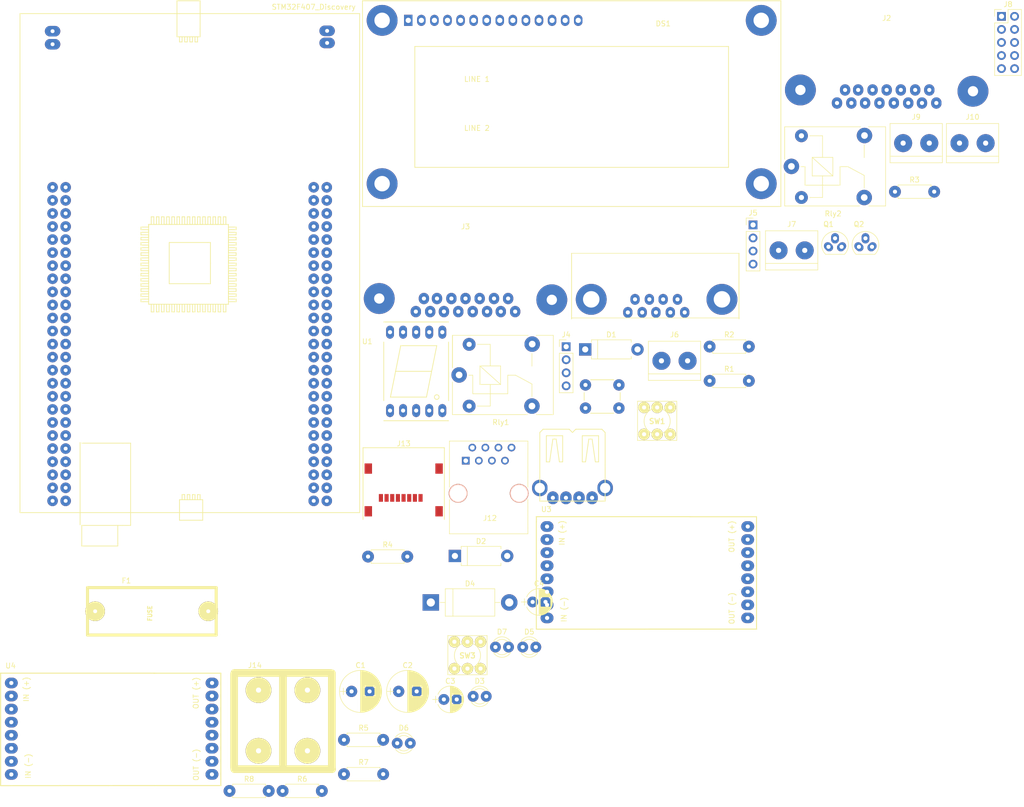
<source format=kicad_pcb>
(kicad_pcb (version 4) (host pcbnew 4.0.7)
  (layers (0 F.Cu signal) (31 B.Cu signal) (34 B.Paste user) (35 F.Paste user) (36 B.SilkS user) (37 F.SilkS user) (38 B.Mask user) (39 F.Mask user) (44 Edge.Cuts user))
  (net 0 "")
  (net 1 +12V)
  (net 2 GND)
  (net 3 +3V3)
  (net 4 +5V)
  (net 5 "Net-(D1-Pad1)")
  (net 6 "Net-(D1-Pad2)")
  (net 7 "Net-(D2-Pad1)")
  (net 8 "Net-(D2-Pad2)")
  (net 9 "Net-(D3-Pad2)")
  (net 10 "Net-(D4-Pad2)")
  (net 11 "Net-(D5-Pad2)")
  (net 12 "Net-(D6-Pad2)")
  (net 13 "Net-(D7-Pad2)")
  (net 14 "Net-(DS1-Pad1)")
  (net 15 "Net-(DS1-Pad2)")
  (net 16 "Net-(DS1-Pad3)")
  (net 17 "Net-(DS1-Pad4)")
  (net 18 "Net-(DS1-Pad5)")
  (net 19 "Net-(DS1-Pad6)")
  (net 20 "Net-(DS1-Pad7)")
  (net 21 "Net-(DS1-Pad8)")
  (net 22 "Net-(DS1-Pad9)")
  (net 23 "Net-(DS1-Pad10)")
  (net 24 "Net-(DS1-Pad11)")
  (net 25 "Net-(DS1-Pad12)")
  (net 26 "Net-(DS1-Pad13)")
  (net 27 "Net-(DS1-Pad14)")
  (net 28 "Net-(F1-Pad1)")
  (net 29 "Net-(J1-Pad1)")
  (net 30 "Net-(J1-Pad2)")
  (net 31 "Net-(J1-Pad3)")
  (net 32 "Net-(J1-Pad4)")
  (net 33 "Net-(J1-Pad5)")
  (net 34 "Net-(J1-Pad6)")
  (net 35 "Net-(J1-Pad7)")
  (net 36 "Net-(J1-Pad8)")
  (net 37 "Net-(J1-Pad9)")
  (net 38 "Net-(J2-Pad1)")
  (net 39 "Net-(J2-Pad2)")
  (net 40 "Net-(J2-Pad3)")
  (net 41 "Net-(J2-Pad4)")
  (net 42 "Net-(J2-Pad5)")
  (net 43 "Net-(J2-Pad6)")
  (net 44 "Net-(J2-Pad7)")
  (net 45 "Net-(J2-Pad8)")
  (net 46 "Net-(J2-Pad9)")
  (net 47 "Net-(J2-Pad10)")
  (net 48 "Net-(J2-Pad11)")
  (net 49 "Net-(J2-Pad12)")
  (net 50 "Net-(J2-Pad13)")
  (net 51 "Net-(J2-Pad14)")
  (net 52 "Net-(J2-Pad15)")
  (net 53 "Net-(J3-Pad1)")
  (net 54 "Net-(J3-Pad2)")
  (net 55 "Net-(J3-Pad3)")
  (net 56 "Net-(J3-Pad4)")
  (net 57 "Net-(J3-Pad5)")
  (net 58 "Net-(J3-Pad6)")
  (net 59 "Net-(J3-Pad7)")
  (net 60 "Net-(J3-Pad8)")
  (net 61 "Net-(J3-Pad9)")
  (net 62 "Net-(J3-Pad10)")
  (net 63 "Net-(J3-Pad11)")
  (net 64 "Net-(J3-Pad12)")
  (net 65 "Net-(J3-Pad13)")
  (net 66 "Net-(J3-Pad14)")
  (net 67 "Net-(J3-Pad15)")
  (net 68 "Net-(J4-Pad1)")
  (net 69 "Net-(J4-Pad2)")
  (net 70 "Net-(J4-Pad3)")
  (net 71 "Net-(J4-Pad4)")
  (net 72 "Net-(J5-Pad1)")
  (net 73 "Net-(J5-Pad2)")
  (net 74 "Net-(J5-Pad3)")
  (net 75 "Net-(J5-Pad4)")
  (net 76 "Net-(J6-Pad1)")
  (net 77 "Net-(J6-Pad2)")
  (net 78 "Net-(J7-Pad1)")
  (net 79 "Net-(J7-Pad2)")
  (net 80 "Net-(J8-Pad1)")
  (net 81 "Net-(J8-Pad2)")
  (net 82 "Net-(J8-Pad3)")
  (net 83 "Net-(J8-Pad4)")
  (net 84 "Net-(J8-Pad5)")
  (net 85 "Net-(J8-Pad6)")
  (net 86 "Net-(J8-Pad7)")
  (net 87 "Net-(J8-Pad8)")
  (net 88 "Net-(J8-Pad9)")
  (net 89 "Net-(J8-Pad10)")
  (net 90 "Net-(J9-Pad1)")
  (net 91 "Net-(J9-Pad2)")
  (net 92 "Net-(J10-Pad1)")
  (net 93 "Net-(J10-Pad2)")
  (net 94 "Net-(J11-Pad3)")
  (net 95 "Net-(J11-Pad2)")
  (net 96 "Net-(J11-Pad1)")
  (net 97 "Net-(J11-Pad4)")
  (net 98 "Net-(J11-Pad5)")
  (net 99 "Net-(J12-Pad1)")
  (net 100 "Net-(J12-Pad2)")
  (net 101 "Net-(J12-Pad3)")
  (net 102 "Net-(J12-Pad4)")
  (net 103 "Net-(J12-Pad5)")
  (net 104 "Net-(J12-Pad6)")
  (net 105 "Net-(J12-Pad7)")
  (net 106 "Net-(J12-Pad8)")
  (net 107 "Net-(J13-Pad1)")
  (net 108 "Net-(J13-Pad2)")
  (net 109 "Net-(J13-Pad3)")
  (net 110 "Net-(J13-Pad4)")
  (net 111 "Net-(J13-Pad5)")
  (net 112 "Net-(J13-Pad6)")
  (net 113 "Net-(J13-Pad7)")
  (net 114 "Net-(J13-Pad8)")
  (net 115 "Net-(J13-Pad9)")
  (net 116 "Net-(J14-Pad2)")
  (net 117 "Net-(Q1-Pad2)")
  (net 118 "Net-(Q2-Pad2)")
  (net 119 "Net-(R1-Pad1)")
  (net 120 "Net-(R2-Pad1)")
  (net 121 "Net-(Rly1-Pad4)")
  (net 122 "Net-(Rly2-Pad4)")
  (net 123 "Net-(SW1-Pad2)")
  (net 124 "Net-(SW1-Pad1)")
  (net 125 "Net-(SW2-Pad2)")
  (net 126 "Net-(SW2-Pad1)")
  (net 127 "Net-(U1-Pad1)")
  (net 128 "Net-(U1-Pad2)")
  (net 129 "Net-(U1-Pad3)")
  (net 130 "Net-(U1-Pad4)")
  (net 131 "Net-(U1-Pad5)")
  (net 132 "Net-(U1-Pad6)")
  (net 133 "Net-(U1-Pad7)")
  (net 134 "Net-(U1-Pad8)")
  (net 135 "Net-(U1-Pad9)")
  (net 136 "Net-(U1-Pad10)")
  (net 137 "Net-(U2-Pad1)")
  (net 138 "Net-(U2-Pad2)")
  (net 139 "Net-(U2-Pad4)")
  (net 140 "Net-(U2-Pad3)")
  (net 141 "Net-(U2-Pad7)")
  (net 142 "Net-(U2-Pad8)")
  (net 143 "Net-(U2-Pad6)")
  (net 144 "Net-(U2-Pad5)")
  (net 145 "Net-(U2-Pad13)")
  (net 146 "Net-(U2-Pad14)")
  (net 147 "Net-(U2-Pad16)")
  (net 148 "Net-(U2-Pad15)")
  (net 149 "Net-(U2-Pad11)")
  (net 150 "Net-(U2-Pad12)")
  (net 151 "Net-(U2-Pad10)")
  (net 152 "Net-(U2-Pad9)")
  (net 153 "Net-(U2-Pad25)")
  (net 154 "Net-(U2-Pad26)")
  (net 155 "Net-(U2-Pad28)")
  (net 156 "Net-(U2-Pad27)")
  (net 157 "Net-(U2-Pad31)")
  (net 158 "Net-(U2-Pad32)")
  (net 159 "Net-(U2-Pad30)")
  (net 160 "Net-(U2-Pad29)")
  (net 161 "Net-(U2-Pad21)")
  (net 162 "Net-(U2-Pad22)")
  (net 163 "Net-(U2-Pad24)")
  (net 164 "Net-(U2-Pad23)")
  (net 165 "Net-(U2-Pad19)")
  (net 166 "Net-(U2-Pad20)")
  (net 167 "Net-(U2-Pad18)")
  (net 168 "Net-(U2-Pad17)")
  (net 169 "Net-(U2-Pad35)")
  (net 170 "Net-(U2-Pad36)")
  (net 171 "Net-(U2-Pad38)")
  (net 172 "Net-(U2-Pad37)")
  (net 173 "Net-(U2-Pad41)")
  (net 174 "Net-(U2-Pad42)")
  (net 175 "Net-(U2-Pad40)")
  (net 176 "Net-(U2-Pad39)")
  (net 177 "Net-(U2-Pad47)")
  (net 178 "Net-(U2-Pad48)")
  (net 179 "Net-(U2-Pad50)")
  (net 180 "Net-(U2-Pad49)")
  (net 181 "Net-(U2-Pad45)")
  (net 182 "Net-(U2-Pad46)")
  (net 183 "Net-(U2-Pad44)")
  (net 184 "Net-(U2-Pad43)")
  (net 185 "Net-(U2-Pad33)")
  (net 186 "Net-(U2-Pad34)")
  (net 187 "Net-(U2-Pad84)")
  (net 188 "Net-(U2-Pad83)")
  (net 189 "Net-(U2-Pad93)")
  (net 190 "Net-(U2-Pad94)")
  (net 191 "Net-(U2-Pad96)")
  (net 192 "Net-(U2-Pad95)")
  (net 193 "Net-(U2-Pad99)")
  (net 194 "Net-(U2-Pad100)")
  (net 195 "Net-(U2-Pad98)")
  (net 196 "Net-(U2-Pad97)")
  (net 197 "Net-(U2-Pad89)")
  (net 198 "Net-(U2-Pad90)")
  (net 199 "Net-(U2-Pad92)")
  (net 200 "Net-(U2-Pad91)")
  (net 201 "Net-(U2-Pad87)")
  (net 202 "Net-(U2-Pad88)")
  (net 203 "Net-(U2-Pad86)")
  (net 204 "Net-(U2-Pad85)")
  (net 205 "Net-(U2-Pad67)")
  (net 206 "Net-(U2-Pad68)")
  (net 207 "Net-(U2-Pad70)")
  (net 208 "Net-(U2-Pad69)")
  (net 209 "Net-(U2-Pad73)")
  (net 210 "Net-(U2-Pad74)")
  (net 211 "Net-(U2-Pad72)")
  (net 212 "Net-(U2-Pad71)")
  (net 213 "Net-(U2-Pad79)")
  (net 214 "Net-(U2-Pad80)")
  (net 215 "Net-(U2-Pad82)")
  (net 216 "Net-(U2-Pad81)")
  (net 217 "Net-(U2-Pad77)")
  (net 218 "Net-(U2-Pad78)")
  (net 219 "Net-(U2-Pad76)")
  (net 220 "Net-(U2-Pad75)")
  (net 221 "Net-(U2-Pad59)")
  (net 222 "Net-(U2-Pad60)")
  (net 223 "Net-(U2-Pad62)")
  (net 224 "Net-(U2-Pad61)")
  (net 225 "Net-(U2-Pad65)")
  (net 226 "Net-(U2-Pad66)")
  (net 227 "Net-(U2-Pad64)")
  (net 228 "Net-(U2-Pad63)")
  (net 229 "Net-(U2-Pad55)")
  (net 230 "Net-(U2-Pad56)")
  (net 231 "Net-(U2-Pad58)")
  (net 232 "Net-(U2-Pad57)")
  (net 233 "Net-(U2-Pad53)")
  (net 234 "Net-(U2-Pad54)")
  (net 235 "Net-(U2-Pad52)")
  (net 236 "Net-(U2-Pad51)")
  (net 237 "Net-(U2-Padc)")
  (net 238 "Net-(U2-Padd)")
  (net 239 "Net-(U2-Padb)")
  (net 240 "Net-(U2-Pada)")
  (module modFiles:Capacitor_100uF (layer F.Cu) (at 104.045001 148.915)
    (fp_text reference C1 (at 1.75 -5.06) (layer F.SilkS))
    (fp_text value C)
    (pad 1 thru_hole circle (at 0 0) (size 2.2 2.2) (drill 0.8) (layers *.Cu *.Mask) (net 1 +12V))
    (pad 2 thru_hole circle (at 3.5 0) (size 2.2 2.2) (drill 0.8) (layers *.Cu *.Mask) (net 2 GND))
  )
  (module modFiles:Capacitor_100uF (layer F.Cu) (at 113.195001 148.915)
    (fp_text reference C2 (at 1.75 -5.06) (layer F.SilkS))
    (fp_text value C)
    (pad 1 thru_hole circle (at 0 0) (size 2.2 2.2) (drill 0.8) (layers *.Cu *.Mask) (net 1 +12V))
    (pad 2 thru_hole circle (at 3.5 0) (size 2.2 2.2) (drill 0.8) (layers *.Cu *.Mask) (net 2 GND))
  )
  (module modFiles:Capacitor_10uF (layer F.Cu) (at 121.980001 150.475)
    (fp_text reference C3 (at 1.25 -3.56) (layer F.SilkS))
    (fp_text value C)
    (pad 1 thru_hole circle (at 0 0) (size 2.1 2.1) (drill 0.8) (layers *.Cu *.Mask) (net 3 +3V3))
    (pad 2 thru_hole circle (at 2.5 0) (size 2.1 2.1) (drill 0.8) (layers *.Cu *.Mask) (net 2 GND))
  )
  (module modFiles:Capacitor_10uF (layer F.Cu) (at 139.230001 131.525)
    (fp_text reference C4 (at 1.25 -3.56) (layer F.SilkS))
    (fp_text value C)
    (pad 1 thru_hole circle (at 0 0) (size 2.1 2.1) (drill 0.8) (layers *.Cu *.Mask) (net 4 +5V))
    (pad 2 thru_hole circle (at 2.5 0) (size 2.1 2.1) (drill 0.8) (layers *.Cu *.Mask) (net 2 GND))
  )
  (module modFiles:Diode_Small (layer F.Cu) (at 149.445001 82.425)
    (fp_text reference D1 (at 5.08 -2.86) (layer F.SilkS))
    (fp_text value D)
    (pad 1 thru_hole rect (at 0 0) (size 2.4 2.4) (drill 1.2) (layers *.Cu *.Mask) (net 5 "Net-(D1-Pad1)"))
    (pad 2 thru_hole oval (at 10.16 0) (size 2.4 2.4) (drill 1.2) (layers *.Cu *.Mask) (net 6 "Net-(D1-Pad2)"))
  )
  (module modFiles:Diode_Small (layer F.Cu) (at 124.125001 122.585)
    (fp_text reference D2 (at 5.08 -2.86) (layer F.SilkS))
    (fp_text value D)
    (pad 1 thru_hole rect (at 0 0) (size 2.4 2.4) (drill 1.2) (layers *.Cu *.Mask) (net 7 "Net-(D2-Pad1)"))
    (pad 2 thru_hole oval (at 10.16 0) (size 2.4 2.4) (drill 1.2) (layers *.Cu *.Mask) (net 8 "Net-(D2-Pad2)"))
  )
  (module modFiles:LED_D3.0mm (layer F.Cu) (at 127.675001 149.875)
    (fp_text reference D3 (at 1.27 -2.96) (layer F.SilkS))
    (fp_text value LED)
    (pad 1 thru_hole circle (at 0 0) (size 2.1 2.1) (drill 0.8) (layers *.Cu *.Mask) (net 2 GND))
    (pad 2 thru_hole circle (at 2.54 0) (size 2.1 2.1) (drill 0.8) (layers *.Cu *.Mask) (net 9 "Net-(D3-Pad2)"))
  )
  (module modFiles:Diode_Medium (layer F.Cu) (at 119.445001 131.625)
    (fp_text reference D4 (at 7.62 -3.66) (layer F.SilkS))
    (fp_text value D)
    (pad 1 thru_hole rect (at 0 0) (size 3.2 3.2) (drill 1.6) (layers *.Cu *.Mask) (net 1 +12V))
    (pad 2 thru_hole oval (at 15.24 0) (size 3.2 3.2) (drill 1.6) (layers *.Cu *.Mask) (net 10 "Net-(D4-Pad2)"))
  )
  (module modFiles:LED_D3.0mm (layer F.Cu) (at 137.305001 140.295)
    (fp_text reference D5 (at 1.27 -2.96) (layer F.SilkS))
    (fp_text value LED)
    (pad 1 thru_hole circle (at 0 0) (size 2.1 2.1) (drill 0.8) (layers *.Cu *.Mask) (net 2 GND))
    (pad 2 thru_hole circle (at 2.54 0) (size 2.1 2.1) (drill 0.8) (layers *.Cu *.Mask) (net 11 "Net-(D5-Pad2)"))
  )
  (module modFiles:LED_D3.0mm (layer F.Cu) (at 112.915001 158.985)
    (fp_text reference D6 (at 1.27 -2.96) (layer F.SilkS))
    (fp_text value LED)
    (pad 1 thru_hole circle (at 0 0) (size 2.1 2.1) (drill 0.8) (layers *.Cu *.Mask) (net 2 GND))
    (pad 2 thru_hole circle (at 2.54 0) (size 2.1 2.1) (drill 0.8) (layers *.Cu *.Mask) (net 12 "Net-(D6-Pad2)"))
  )
  (module modFiles:LED_D3.0mm (layer F.Cu) (at 132.005001 140.295)
    (fp_text reference D7 (at 1.27 -2.96) (layer F.SilkS))
    (fp_text value LED)
    (pad 1 thru_hole circle (at 0 0) (size 2.1 2.1) (drill 0.8) (layers *.Cu *.Mask) (net 2 GND))
    (pad 2 thru_hole circle (at 2.54 0) (size 2.1 2.1) (drill 0.8) (layers *.Cu *.Mask) (net 13 "Net-(D7-Pad2)"))
  )
  (module Displays:LCD_ALPHA (layer F.Cu) (at 131.575001 18.455001)
    (fp_text reference DS1 (at 33.02 0.635) (layer F.SilkS))
    (fp_text value LCD16X2)
    (fp_text user "LINE 2" (at -3.175 20.955) (layer F.SilkS))
    (fp_text user "LINE 1" (at -3.175 11.43) (layer F.SilkS))
    (pad 1 thru_hole rect (at -16.51 0) (size 1.651 2.159) (drill 1.016) (layers *.Cu *.Mask) (net 14 "Net-(DS1-Pad1)"))
    (pad 2 thru_hole oval (at -13.97 0) (size 1.651 2.159) (drill 1.016) (layers *.Cu *.Mask) (net 15 "Net-(DS1-Pad2)"))
    (pad 3 thru_hole oval (at -11.43 0) (size 1.651 2.159) (drill 1.016) (layers *.Cu *.Mask) (net 16 "Net-(DS1-Pad3)"))
    (pad 4 thru_hole oval (at -8.89 0) (size 1.651 2.159) (drill 1.016) (layers *.Cu *.Mask) (net 17 "Net-(DS1-Pad4)"))
    (pad 5 thru_hole oval (at -6.35 0) (size 1.651 2.159) (drill 1.016) (layers *.Cu *.Mask) (net 18 "Net-(DS1-Pad5)"))
    (pad 6 thru_hole oval (at -3.81 0) (size 1.651 2.159) (drill 1.016) (layers *.Cu *.Mask) (net 19 "Net-(DS1-Pad6)"))
    (pad 7 thru_hole oval (at -1.27 0) (size 1.651 2.159) (drill 1.016) (layers *.Cu *.Mask) (net 20 "Net-(DS1-Pad7)"))
    (pad 8 thru_hole oval (at 1.27 0) (size 1.651 2.159) (drill 1.016) (layers *.Cu *.Mask) (net 21 "Net-(DS1-Pad8)"))
    (pad 9 thru_hole oval (at 3.81 0) (size 1.651 2.159) (drill 1.016) (layers *.Cu *.Mask) (net 22 "Net-(DS1-Pad9)"))
    (pad 10 thru_hole oval (at 6.35 0) (size 1.651 2.159) (drill 1.016) (layers *.Cu *.Mask) (net 23 "Net-(DS1-Pad10)"))
    (pad 11 thru_hole oval (at 8.89 0) (size 1.651 2.159) (drill 1.016) (layers *.Cu *.Mask) (net 24 "Net-(DS1-Pad11)"))
    (pad 12 thru_hole oval (at 11.43 0) (size 1.651 2.159) (drill 1.016) (layers *.Cu *.Mask) (net 25 "Net-(DS1-Pad12)"))
    (pad 13 thru_hole oval (at 13.97 0) (size 1.651 2.159) (drill 1.016) (layers *.Cu *.Mask) (net 26 "Net-(DS1-Pad13)"))
    (pad 14 thru_hole oval (at 16.51 0) (size 1.651 2.159) (drill 1.016) (layers *.Cu *.Mask) (net 27 "Net-(DS1-Pad14)"))
    (pad "" thru_hole circle (at -21.59 0) (size 5.99948 5.99948) (drill 2.99974) (layers *.Cu *.Mask))
    (pad "" thru_hole circle (at 52.07 0) (size 5.99948 5.99948) (drill 2.99974) (layers *.Cu *.Mask))
    (pad "" thru_hole circle (at -21.59 31.75) (size 5.99948 5.99948) (drill 2.99974) (layers *.Cu *.Mask))
    (pad "" thru_hole circle (at 52.07 31.75) (size 5.99948 5.99948) (drill 2.99974) (layers *.Cu *.Mask))
  )
  (module modFiles:Connector_DB_9 (layer F.Cu) (at 157.724001 75.236001)
    (fp_text reference J1 hide)
    (fp_text value encode)
    (pad 10 thru_hole circle (at 18.29 -2.54) (size 6 6) (drill 3.2) (layers *.Cu *.Mask))
    (pad 11 thru_hole circle (at -7.11 -2.54) (size 6 6) (drill 3.2) (layers *.Cu *.Mask))
    (pad 1 thru_hole oval (at 0 0) (size 1.8 2.1) (drill 0.8) (layers *.Cu *.Mask) (net 29 "Net-(J1-Pad1)"))
    (pad 2 thru_hole oval (at 2.79 0) (size 1.8 2.1) (drill 0.8) (layers *.Cu *.Mask) (net 30 "Net-(J1-Pad2)"))
    (pad 3 thru_hole oval (at 5.46 0) (size 1.8 2.1) (drill 0.8) (layers *.Cu *.Mask) (net 31 "Net-(J1-Pad3)"))
    (pad 4 thru_hole oval (at 8.26 0) (size 1.8 2.1) (drill 0.8) (layers *.Cu *.Mask) (net 32 "Net-(J1-Pad4)"))
    (pad 5 thru_hole oval (at 11.05 0) (size 1.8 2.1) (drill 0.8) (layers *.Cu *.Mask) (net 33 "Net-(J1-Pad5)"))
    (pad 6 thru_hole oval (at 1.4 -2.54) (size 1.8 2.1) (drill 0.8) (layers *.Cu *.Mask) (net 34 "Net-(J1-Pad6)"))
    (pad 7 thru_hole oval (at 4.19 -2.54) (size 1.8 2.1) (drill 0.8) (layers *.Cu *.Mask) (net 35 "Net-(J1-Pad7)"))
    (pad 8 thru_hole oval (at 6.86 -2.54) (size 1.8 2.1) (drill 0.8) (layers *.Cu *.Mask) (net 36 "Net-(J1-Pad8)"))
    (pad 9 thru_hole oval (at 9.65 -2.54) (size 1.8 2.1) (drill 0.8) (layers *.Cu *.Mask) (net 37 "Net-(J1-Pad9)"))
  )
  (module modFiles:Connector_DB15 (layer F.Cu) (at 198.365001 34.525001)
    (fp_text reference J2 (at 9.65 -16.51) (layer F.SilkS))
    (fp_text value motor)
    (pad 0 thru_hole oval (at 26.42 -2.29) (size 6 6) (drill 2) (layers *.Cu *.Mask))
    (pad 0 thru_hole oval (at -7.11 -2.54) (size 6 6) (drill 2) (layers *.Cu *.Mask))
    (pad 1 thru_hole oval (at 0 0) (size 2 2.2) (drill 0.8) (layers *.Cu *.Mask) (net 38 "Net-(J2-Pad1)"))
    (pad 2 thru_hole oval (at 2.79 0) (size 2 2.2) (drill 0.8) (layers *.Cu *.Mask) (net 39 "Net-(J2-Pad2)"))
    (pad 3 thru_hole oval (at 5.46 0) (size 2 2.2) (drill 0.8) (layers *.Cu *.Mask) (net 40 "Net-(J2-Pad3)"))
    (pad 4 thru_hole oval (at 8.25 0) (size 2 2.2) (drill 0.8) (layers *.Cu *.Mask) (net 41 "Net-(J2-Pad4)"))
    (pad 5 thru_hole oval (at 11.05 0) (size 2 2.2) (drill 0.8) (layers *.Cu *.Mask) (net 42 "Net-(J2-Pad5)"))
    (pad 6 thru_hole oval (at 13.84 0) (size 2 2.2) (drill 0.8) (layers *.Cu *.Mask) (net 43 "Net-(J2-Pad6)"))
    (pad 7 thru_hole oval (at 16.51 0) (size 2 2.2) (drill 0.8) (layers *.Cu *.Mask) (net 44 "Net-(J2-Pad7)"))
    (pad 8 thru_hole oval (at 19.3 0) (size 2 2.2) (drill 0.8) (layers *.Cu *.Mask) (net 45 "Net-(J2-Pad8)"))
    (pad 9 thru_hole oval (at 1.57 -2.54) (size 2 2.2) (drill 0.8) (layers *.Cu *.Mask) (net 46 "Net-(J2-Pad9)"))
    (pad 10 thru_hole oval (at 4.11 -2.54) (size 2 2.2) (drill 0.8) (layers *.Cu *.Mask) (net 47 "Net-(J2-Pad10)"))
    (pad 11 thru_hole oval (at 6.91 -2.54) (size 2 2.2) (drill 0.8) (layers *.Cu *.Mask) (net 48 "Net-(J2-Pad11)"))
    (pad 12 thru_hole oval (at 9.65 -2.54) (size 2 2.2) (drill 0.8) (layers *.Cu *.Mask) (net 49 "Net-(J2-Pad12)"))
    (pad 13 thru_hole oval (at 12.4 -2.54) (size 2 2.2) (drill 0.8) (layers *.Cu *.Mask) (net 50 "Net-(J2-Pad13)"))
    (pad 14 thru_hole oval (at 15.19 -2.54) (size 2 2.2) (drill 0.8) (layers *.Cu *.Mask) (net 51 "Net-(J2-Pad14)"))
    (pad 15 thru_hole oval (at 17.93 -2.54) (size 2 2.2) (drill 0.8) (layers *.Cu *.Mask) (net 52 "Net-(J2-Pad15)"))
  )
  (module modFiles:Connector_DB15 (layer F.Cu) (at 116.535001 75.075001)
    (fp_text reference J3 (at 9.65 -16.51) (layer F.SilkS))
    (fp_text value other)
    (pad 0 thru_hole oval (at 26.42 -2.29) (size 6 6) (drill 2) (layers *.Cu *.Mask))
    (pad 0 thru_hole oval (at -7.11 -2.54) (size 6 6) (drill 2) (layers *.Cu *.Mask))
    (pad 1 thru_hole oval (at 0 0) (size 2 2.2) (drill 0.8) (layers *.Cu *.Mask) (net 53 "Net-(J3-Pad1)"))
    (pad 2 thru_hole oval (at 2.79 0) (size 2 2.2) (drill 0.8) (layers *.Cu *.Mask) (net 54 "Net-(J3-Pad2)"))
    (pad 3 thru_hole oval (at 5.46 0) (size 2 2.2) (drill 0.8) (layers *.Cu *.Mask) (net 55 "Net-(J3-Pad3)"))
    (pad 4 thru_hole oval (at 8.25 0) (size 2 2.2) (drill 0.8) (layers *.Cu *.Mask) (net 56 "Net-(J3-Pad4)"))
    (pad 5 thru_hole oval (at 11.05 0) (size 2 2.2) (drill 0.8) (layers *.Cu *.Mask) (net 57 "Net-(J3-Pad5)"))
    (pad 6 thru_hole oval (at 13.84 0) (size 2 2.2) (drill 0.8) (layers *.Cu *.Mask) (net 58 "Net-(J3-Pad6)"))
    (pad 7 thru_hole oval (at 16.51 0) (size 2 2.2) (drill 0.8) (layers *.Cu *.Mask) (net 59 "Net-(J3-Pad7)"))
    (pad 8 thru_hole oval (at 19.3 0) (size 2 2.2) (drill 0.8) (layers *.Cu *.Mask) (net 60 "Net-(J3-Pad8)"))
    (pad 9 thru_hole oval (at 1.57 -2.54) (size 2 2.2) (drill 0.8) (layers *.Cu *.Mask) (net 61 "Net-(J3-Pad9)"))
    (pad 10 thru_hole oval (at 4.11 -2.54) (size 2 2.2) (drill 0.8) (layers *.Cu *.Mask) (net 62 "Net-(J3-Pad10)"))
    (pad 11 thru_hole oval (at 6.91 -2.54) (size 2 2.2) (drill 0.8) (layers *.Cu *.Mask) (net 63 "Net-(J3-Pad11)"))
    (pad 12 thru_hole oval (at 9.65 -2.54) (size 2 2.2) (drill 0.8) (layers *.Cu *.Mask) (net 64 "Net-(J3-Pad12)"))
    (pad 13 thru_hole oval (at 12.4 -2.54) (size 2 2.2) (drill 0.8) (layers *.Cu *.Mask) (net 65 "Net-(J3-Pad13)"))
    (pad 14 thru_hole oval (at 15.19 -2.54) (size 2 2.2) (drill 0.8) (layers *.Cu *.Mask) (net 66 "Net-(J3-Pad14)"))
    (pad 15 thru_hole oval (at 17.93 -2.54) (size 2 2.2) (drill 0.8) (layers *.Cu *.Mask) (net 67 "Net-(J3-Pad15)"))
  )
  (module Pin_Headers:Pin_Header_Straight_1x04_Pitch2.54mm (layer F.Cu) (at 145.745001 81.895)
    (fp_text reference J4 (at 0 -2.33) (layer F.SilkS))
    (fp_text value uart)
    (pad 1 thru_hole rect (at 0 0) (size 1.7 1.7) (drill 1) (layers *.Cu *.Mask) (net 68 "Net-(J4-Pad1)"))
    (pad 2 thru_hole oval (at 0 2.54) (size 1.7 1.7) (drill 1) (layers *.Cu *.Mask) (net 69 "Net-(J4-Pad2)"))
    (pad 3 thru_hole oval (at 0 5.08) (size 1.7 1.7) (drill 1) (layers *.Cu *.Mask) (net 70 "Net-(J4-Pad3)"))
    (pad 4 thru_hole oval (at 0 7.62) (size 1.7 1.7) (drill 1) (layers *.Cu *.Mask) (net 71 "Net-(J4-Pad4)"))
  )
  (module Pin_Headers:Pin_Header_Straight_1x04_Pitch2.54mm (layer F.Cu) (at 182.055001 58.225)
    (fp_text reference J5 (at 0 -2.33) (layer F.SilkS))
    (fp_text value i2c)
    (pad 1 thru_hole rect (at 0 0) (size 1.7 1.7) (drill 1) (layers *.Cu *.Mask) (net 72 "Net-(J5-Pad1)"))
    (pad 2 thru_hole oval (at 0 2.54) (size 1.7 1.7) (drill 1) (layers *.Cu *.Mask) (net 73 "Net-(J5-Pad2)"))
    (pad 3 thru_hole oval (at 0 5.08) (size 1.7 1.7) (drill 1) (layers *.Cu *.Mask) (net 74 "Net-(J5-Pad3)"))
    (pad 4 thru_hole oval (at 0 7.62) (size 1.7 1.7) (drill 1) (layers *.Cu *.Mask) (net 75 "Net-(J5-Pad4)"))
  )
  (module modFiles:Connector_Bornier_2 (layer F.Cu) (at 164.255001 84.645)
    (fp_text reference J6 (at 2.54 -5.08) (layer F.SilkS))
    (fp_text value relay)
    (pad 1 thru_hole circle (at 0 0) (size 3.5 3.5) (drill 1) (layers *.Cu *.Mask) (net 76 "Net-(J6-Pad1)"))
    (pad 2 thru_hole circle (at 5.08 0) (size 3.5 3.5) (drill 1) (layers *.Cu *.Mask) (net 77 "Net-(J6-Pad2)"))
  )
  (module modFiles:Connector_Bornier_2 (layer F.Cu) (at 187.015001 63.175)
    (fp_text reference J7 (at 2.54 -5.08) (layer F.SilkS))
    (fp_text value relay)
    (pad 1 thru_hole circle (at 0 0) (size 3.5 3.5) (drill 1) (layers *.Cu *.Mask) (net 78 "Net-(J7-Pad1)"))
    (pad 2 thru_hole circle (at 5.08 0) (size 3.5 3.5) (drill 1) (layers *.Cu *.Mask) (net 79 "Net-(J7-Pad2)"))
  )
  (module Pin_Headers:Pin_Header_Straight_2x05_Pitch2.54mm (layer F.Cu) (at 230.325001 17.675)
    (fp_text reference J8 (at 1.27 -2.33) (layer F.SilkS))
    (fp_text value "vcc gnd")
    (pad 1 thru_hole rect (at 0 0) (size 1.7 1.7) (drill 1) (layers *.Cu *.Mask) (net 80 "Net-(J8-Pad1)"))
    (pad 2 thru_hole oval (at 2.54 0) (size 1.7 1.7) (drill 1) (layers *.Cu *.Mask) (net 81 "Net-(J8-Pad2)"))
    (pad 3 thru_hole oval (at 0 2.54) (size 1.7 1.7) (drill 1) (layers *.Cu *.Mask) (net 82 "Net-(J8-Pad3)"))
    (pad 4 thru_hole oval (at 2.54 2.54) (size 1.7 1.7) (drill 1) (layers *.Cu *.Mask) (net 83 "Net-(J8-Pad4)"))
    (pad 5 thru_hole oval (at 0 5.08) (size 1.7 1.7) (drill 1) (layers *.Cu *.Mask) (net 84 "Net-(J8-Pad5)"))
    (pad 6 thru_hole oval (at 2.54 5.08) (size 1.7 1.7) (drill 1) (layers *.Cu *.Mask) (net 85 "Net-(J8-Pad6)"))
    (pad 7 thru_hole oval (at 0 7.62) (size 1.7 1.7) (drill 1) (layers *.Cu *.Mask) (net 86 "Net-(J8-Pad7)"))
    (pad 8 thru_hole oval (at 2.54 7.62) (size 1.7 1.7) (drill 1) (layers *.Cu *.Mask) (net 87 "Net-(J8-Pad8)"))
    (pad 9 thru_hole oval (at 0 10.16) (size 1.7 1.7) (drill 1) (layers *.Cu *.Mask) (net 88 "Net-(J8-Pad9)"))
    (pad 10 thru_hole oval (at 2.54 10.16) (size 1.7 1.7) (drill 1) (layers *.Cu *.Mask) (net 89 "Net-(J8-Pad10)"))
  )
  (module modFiles:Connector_Bornier_2 (layer F.Cu) (at 211.215001 42.325)
    (fp_text reference J9 (at 2.54 -5.08) (layer F.SilkS))
    (fp_text value 3v3)
    (pad 1 thru_hole circle (at 0 0) (size 3.5 3.5) (drill 1) (layers *.Cu *.Mask) (net 90 "Net-(J9-Pad1)"))
    (pad 2 thru_hole circle (at 5.08 0) (size 3.5 3.5) (drill 1) (layers *.Cu *.Mask) (net 91 "Net-(J9-Pad2)"))
  )
  (module modFiles:Connector_Bornier_2 (layer F.Cu) (at 222.165001 42.325)
    (fp_text reference J10 (at 2.54 -5.08) (layer F.SilkS))
    (fp_text value 5v)
    (pad 1 thru_hole circle (at 0 0) (size 3.5 3.5) (drill 1) (layers *.Cu *.Mask) (net 92 "Net-(J10-Pad1)"))
    (pad 2 thru_hole circle (at 5.08 0) (size 3.5 3.5) (drill 1) (layers *.Cu *.Mask) (net 93 "Net-(J10-Pad2)"))
  )
  (module modFiles:Connector_USB (layer F.Cu) (at 146.97 104.930001)
    (fp_text reference J11 hide)
    (fp_text value USB_A)
    (pad 3 thru_hole oval (at -1.27 6.35) (size 2.2 2.5) (drill 0.8) (layers *.Cu *.Mask) (net 94 "Net-(J11-Pad3)"))
    (pad 2 thru_hole oval (at 1.27 6.35) (size 2.2 2.5) (drill 0.8) (layers *.Cu *.Mask) (net 95 "Net-(J11-Pad2)"))
    (pad 1 thru_hole oval (at 3.81 6.35) (size 2.2 2.5) (drill 0.8) (layers *.Cu *.Mask) (net 96 "Net-(J11-Pad1)"))
    (pad 4 thru_hole oval (at -3.81 6.35) (size 2.2 2.5) (drill 0.8) (layers *.Cu *.Mask) (net 97 "Net-(J11-Pad4)"))
    (pad 5 thru_hole oval (at 6.35 4.445) (size 3 3.2) (drill 2) (layers *.Cu *.Mask) (net 98 "Net-(J11-Pad5)"))
    (pad 5 thru_hole oval (at -6.35 4.445) (size 3 3.2) (drill 2) (layers *.Cu *.Mask) (net 98 "Net-(J11-Pad5)"))
  )
  (module Connectors:RJ45_8 (layer F.Cu) (at 126.235001 104.055001)
    (fp_text reference J12 (at 4.7 11.18) (layer F.SilkS))
    (fp_text value RJ45)
    (pad Hole np_thru_hole circle (at 10.38 6.35) (size 3.65 3.65) (drill 3.25) (layers *.Cu *.SilkS *.Mask))
    (pad Hole np_thru_hole circle (at -1.49 6.35) (size 3.65 3.65) (drill 3.25) (layers *.Cu *.SilkS *.Mask))
    (pad 1 thru_hole rect (at 0 0) (size 1.5 1.5) (drill 0.9) (layers *.Cu *.Mask) (net 99 "Net-(J12-Pad1)"))
    (pad 2 thru_hole circle (at 1.27 -2.54) (size 1.5 1.5) (drill 0.9) (layers *.Cu *.Mask) (net 100 "Net-(J12-Pad2)"))
    (pad 3 thru_hole circle (at 2.54 0) (size 1.5 1.5) (drill 0.9) (layers *.Cu *.Mask) (net 101 "Net-(J12-Pad3)"))
    (pad 4 thru_hole circle (at 3.81 -2.54) (size 1.5 1.5) (drill 0.9) (layers *.Cu *.Mask) (net 102 "Net-(J12-Pad4)"))
    (pad 5 thru_hole circle (at 5.08 0) (size 1.5 1.5) (drill 0.9) (layers *.Cu *.Mask) (net 103 "Net-(J12-Pad5)"))
    (pad 6 thru_hole circle (at 6.35 -2.54) (size 1.5 1.5) (drill 0.9) (layers *.Cu *.Mask) (net 104 "Net-(J12-Pad6)"))
    (pad 7 thru_hole circle (at 7.62 0) (size 1.5 1.5) (drill 0.9) (layers *.Cu *.Mask) (net 105 "Net-(J12-Pad7)"))
    (pad 8 thru_hole circle (at 8.89 -2.54) (size 1.5 1.5) (drill 0.9) (layers *.Cu *.Mask) (net 106 "Net-(J12-Pad8)"))
  )
  (module Connectors_Card:MicroSd_Wurth_693072010801 (layer F.Cu) (at 114.175001 109.745)
    (fp_text reference J13 (at 0 -9) (layer F.SilkS))
    (fp_text value Micro_SD_Card)
    (pad 1 smd rect (at 3.275 1.55) (size 0.8 1.5) (layers F.Cu F.Paste F.Mask) (net 107 "Net-(J13-Pad1)"))
    (pad 2 smd rect (at 2.175 1.55) (size 0.8 1.5) (layers F.Cu F.Paste F.Mask) (net 108 "Net-(J13-Pad2)"))
    (pad 3 smd rect (at 1.075 1.55) (size 0.8 1.5) (layers F.Cu F.Paste F.Mask) (net 109 "Net-(J13-Pad3)"))
    (pad 4 smd rect (at -0.025 1.55) (size 0.8 1.5) (layers F.Cu F.Paste F.Mask) (net 110 "Net-(J13-Pad4)"))
    (pad 5 smd rect (at -1.125 1.55) (size 0.8 1.5) (layers F.Cu F.Paste F.Mask) (net 111 "Net-(J13-Pad5)"))
    (pad 6 smd rect (at -2.225 1.55) (size 0.8 1.5) (layers F.Cu F.Paste F.Mask) (net 112 "Net-(J13-Pad6)"))
    (pad 7 smd rect (at -3.325 1.55) (size 0.8 1.5) (layers F.Cu F.Paste F.Mask) (net 113 "Net-(J13-Pad7)"))
    (pad 8 smd rect (at -4.425 1.55) (size 0.8 1.5) (layers F.Cu F.Paste F.Mask) (net 114 "Net-(J13-Pad8)"))
    (pad 9 smd rect (at 6.875 -4.15) (size 1.45 2) (layers F.Cu F.Paste F.Mask) (net 115 "Net-(J13-Pad9)"))
    (pad 9 smd rect (at 6.875 4.15) (size 1.45 2) (layers F.Cu F.Paste F.Mask) (net 115 "Net-(J13-Pad9)"))
    (pad 9 smd rect (at -6.875 -4.15) (size 1.45 2) (layers F.Cu F.Paste F.Mask) (net 115 "Net-(J13-Pad9)"))
    (pad 9 smd rect (at -6.875 4.15) (size 1.45 2) (layers F.Cu F.Paste F.Mask) (net 115 "Net-(J13-Pad9)"))
  )
  (module modFiles:Solar_Connector (layer F.Cu) (at 90.593714 154.0912)
    (fp_text reference J14 (at -5.334 -10.2362) (layer F.SilkS))
    (fp_text value Power_In hide)
    (pad 1 thru_hole oval (at -4.6226 -5.4264 90) (size 5 5) (drill 1) (layers *.Cu *.Mask F.SilkS) (net 2 GND))
    (pad 2 thru_hole oval (at 4.8774 -5.4264 90) (size 5 5) (drill 1) (layers *.Cu *.Mask F.SilkS) (net 116 "Net-(J14-Pad2)"))
    (pad 1 thru_hole oval (at -4.6226 6.3736 90) (size 5 5) (drill 1) (layers *.Cu *.Mask F.SilkS) (net 2 GND))
    (pad 2 thru_hole oval (at 4.8774 6.3736 90) (size 5 5) (drill 1) (layers *.Cu *.Mask F.SilkS) (net 116 "Net-(J14-Pad2)"))
  )
  (module modFiles:BC547 (layer F.Cu) (at 196.715001 62.095)
    (fp_text reference Q1 (at 0 -4) (layer F.SilkS))
    (fp_text value BC547)
    (pad 2 thru_hole oval (at 1.27 -1.27 90) (size 2 1.5) (drill 0.8) (layers *.Cu *.Mask) (net 117 "Net-(Q1-Pad2)"))
    (pad 1 thru_hole oval (at 0 0.381 45) (size 1.5 1.9) (drill 0.8) (layers *.Cu *.Mask) (net 6 "Net-(D1-Pad2)"))
    (pad 3 thru_hole oval (at 2.54 0.381 45) (size 1.9 1.5) (drill 0.8) (layers *.Cu *.Mask) (net 2 GND))
  )
  (module modFiles:BC547 (layer F.Cu) (at 202.625001 62.095)
    (fp_text reference Q2 (at 0 -4) (layer F.SilkS))
    (fp_text value BC547)
    (pad 2 thru_hole oval (at 1.27 -1.27 90) (size 2 1.5) (drill 0.8) (layers *.Cu *.Mask) (net 118 "Net-(Q2-Pad2)"))
    (pad 1 thru_hole oval (at 0 0.381 45) (size 1.5 1.9) (drill 0.8) (layers *.Cu *.Mask) (net 8 "Net-(D2-Pad2)"))
    (pad 3 thru_hole oval (at 2.54 0.381 45) (size 1.9 1.5) (drill 0.8) (layers *.Cu *.Mask) (net 2 GND))
  )
  (module modFiles:Resistor_small (layer F.Cu) (at 173.62 88.545)
    (fp_text reference R1 (at 3.81 -2.31) (layer F.SilkS))
    (fp_text value R)
    (pad 1 thru_hole circle (at 0 0) (size 2.3 2.3) (drill 0.8) (layers *.Cu *.Mask) (net 119 "Net-(R1-Pad1)"))
    (pad 2 thru_hole circle (at 7.62 0) (size 2.3 2.3) (drill 0.8) (layers *.Cu *.Mask) (net 2 GND))
  )
  (module modFiles:Resistor_small (layer F.Cu) (at 173.62 81.875)
    (fp_text reference R2 (at 3.81 -2.31) (layer F.SilkS))
    (fp_text value R)
    (pad 1 thru_hole circle (at 0 0) (size 2.3 2.3) (drill 0.8) (layers *.Cu *.Mask) (net 120 "Net-(R2-Pad1)"))
    (pad 2 thru_hole circle (at 7.62 0) (size 2.3 2.3) (drill 0.8) (layers *.Cu *.Mask) (net 2 GND))
  )
  (module modFiles:Resistor_small (layer F.Cu) (at 209.63 51.765)
    (fp_text reference R3 (at 3.81 -2.31) (layer F.SilkS))
    (fp_text value R)
    (pad 1 thru_hole circle (at 0 0) (size 2.3 2.3) (drill 0.8) (layers *.Cu *.Mask) (net 117 "Net-(Q1-Pad2)"))
    (pad 2 thru_hole circle (at 7.62 0) (size 2.3 2.3) (drill 0.8) (layers *.Cu *.Mask) (net 119 "Net-(R1-Pad1)"))
  )
  (module modFiles:Resistor_small (layer F.Cu) (at 107.25 122.705)
    (fp_text reference R4 (at 3.81 -2.31) (layer F.SilkS))
    (fp_text value R)
    (pad 1 thru_hole circle (at 0 0) (size 2.3 2.3) (drill 0.8) (layers *.Cu *.Mask) (net 118 "Net-(Q2-Pad2)"))
    (pad 2 thru_hole circle (at 7.62 0) (size 2.3 2.3) (drill 0.8) (layers *.Cu *.Mask) (net 120 "Net-(R2-Pad1)"))
  )
  (module modFiles:Resistor_small (layer F.Cu) (at 102.57 158.335)
    (fp_text reference R5 (at 3.81 -2.31) (layer F.SilkS))
    (fp_text value R)
    (pad 1 thru_hole circle (at 0 0) (size 2.3 2.3) (drill 0.8) (layers *.Cu *.Mask) (net 116 "Net-(J14-Pad2)"))
    (pad 2 thru_hole circle (at 7.62 0) (size 2.3 2.3) (drill 0.8) (layers *.Cu *.Mask) (net 9 "Net-(D3-Pad2)"))
  )
  (module modFiles:Resistor_small (layer F.Cu) (at 90.65 168.265)
    (fp_text reference R6 (at 3.81 -2.31) (layer F.SilkS))
    (fp_text value R)
    (pad 1 thru_hole circle (at 0 0) (size 2.3 2.3) (drill 0.8) (layers *.Cu *.Mask) (net 1 +12V))
    (pad 2 thru_hole circle (at 7.62 0) (size 2.3 2.3) (drill 0.8) (layers *.Cu *.Mask) (net 11 "Net-(D5-Pad2)"))
  )
  (module modFiles:Resistor_small (layer F.Cu) (at 102.57 165.005)
    (fp_text reference R7 (at 3.81 -2.31) (layer F.SilkS))
    (fp_text value R)
    (pad 1 thru_hole circle (at 0 0) (size 2.3 2.3) (drill 0.8) (layers *.Cu *.Mask) (net 4 +5V))
    (pad 2 thru_hole circle (at 7.62 0) (size 2.3 2.3) (drill 0.8) (layers *.Cu *.Mask) (net 12 "Net-(D6-Pad2)"))
  )
  (module modFiles:Resistor_small (layer F.Cu) (at 80.33 168.265)
    (fp_text reference R8 (at 3.81 -2.31) (layer F.SilkS))
    (fp_text value R)
    (pad 1 thru_hole circle (at 0 0) (size 2.3 2.3) (drill 0.8) (layers *.Cu *.Mask) (net 3 +3V3))
    (pad 2 thru_hole circle (at 7.62 0) (size 2.3 2.3) (drill 0.8) (layers *.Cu *.Mask) (net 13 "Net-(D7-Pad2)"))
  )
  (module modFiles:Relay_6V (layer F.Cu) (at 124.945001 87.395)
    (fp_text reference Rly1 (at 8.1 9.2) (layer F.SilkS))
    (fp_text value 6V_Relay)
    (pad 1 thru_hole circle (at 1.95 6.05 90) (size 2.5 2.5) (drill 1) (layers *.Cu *.Mask) (net 6 "Net-(D1-Pad2)"))
    (pad 4 thru_hole circle (at 14.15 6.05 90) (size 3 3) (drill 1.3) (layers *.Cu *.Mask) (net 121 "Net-(Rly1-Pad4)"))
    (pad 3 thru_hole circle (at 14.2 -6 90) (size 3 3) (drill 1.3) (layers *.Cu *.Mask) (net 76 "Net-(J6-Pad1)"))
    (pad 5 thru_hole circle (at 1.95 -5.95 90) (size 2.5 2.5) (drill 1) (layers *.Cu *.Mask) (net 5 "Net-(D1-Pad1)"))
    (pad 2 thru_hole circle (at 0 0 90) (size 3 3) (drill 1.3) (layers *.Cu *.Mask) (net 77 "Net-(J6-Pad2)"))
  )
  (module modFiles:Relay_6V (layer F.Cu) (at 189.505001 46.845)
    (fp_text reference Rly2 (at 8.1 9.2) (layer F.SilkS))
    (fp_text value 6V_Relay)
    (pad 1 thru_hole circle (at 1.95 6.05 90) (size 2.5 2.5) (drill 1) (layers *.Cu *.Mask) (net 8 "Net-(D2-Pad2)"))
    (pad 4 thru_hole circle (at 14.15 6.05 90) (size 3 3) (drill 1.3) (layers *.Cu *.Mask) (net 122 "Net-(Rly2-Pad4)"))
    (pad 3 thru_hole circle (at 14.2 -6 90) (size 3 3) (drill 1.3) (layers *.Cu *.Mask) (net 78 "Net-(J7-Pad1)"))
    (pad 5 thru_hole circle (at 1.95 -5.95 90) (size 2.5 2.5) (drill 1) (layers *.Cu *.Mask) (net 7 "Net-(D2-Pad1)"))
    (pad 2 thru_hole circle (at 0 0 90) (size 3 3) (drill 1.3) (layers *.Cu *.Mask) (net 79 "Net-(J7-Pad2)"))
  )
  (module modFiles:DIP_Switch (layer F.Cu) (at 163.423501 96.2528)
    (fp_text reference SW1 (at 0 0.15) (layer F.SilkS) (effects (font (size 1.016 1.016) (thickness 0.2032))))
    (fp_text value dip hide)
    (pad "" thru_hole circle (at 2.54 -2.54) (size 2.2 2.2) (drill 0.8) (layers *.Cu *.Mask F.SilkS))
    (pad 2 thru_hole circle (at 2.54 2.667) (size 2.2 2.2) (drill 0.8) (layers *.Cu *.Mask F.SilkS) (net 123 "Net-(SW1-Pad2)"))
    (pad "" thru_hole circle (at -2.54 -2.54) (size 2.2 2.2) (drill 0.8) (layers *.Cu *.Mask F.SilkS))
    (pad "" thru_hole circle (at -2.54 2.667) (size 2.2 2.2) (drill 0.8) (layers *.Cu *.Mask F.SilkS))
    (pad "" thru_hole circle (at 0 -2.54) (size 2.2 2.2) (drill 0.8) (layers *.Cu *.Mask F.SilkS))
    (pad 1 thru_hole circle (at 0 2.667) (size 2.2 2.2) (drill 0.8) (layers *.Cu *.Mask F.SilkS) (net 124 "Net-(SW1-Pad1)"))
  )
  (module modFiles:Push_Button (layer F.Cu) (at 149.495001 89.335)
    (fp_text reference SW2 hide)
    (fp_text value Push)
    (pad 2 thru_hole circle (at 0 4.5 90) (size 2.2 2.2) (drill 0.8) (layers *.Cu *.Mask) (net 125 "Net-(SW2-Pad2)"))
    (pad 1 thru_hole circle (at 0 0 90) (size 2.2 2.2) (drill 0.8) (layers *.Cu *.Mask) (net 126 "Net-(SW2-Pad1)"))
    (pad 2 thru_hole circle (at 6.5 4.5 90) (size 2.2 2.2) (drill 0.8) (layers *.Cu *.Mask) (net 125 "Net-(SW2-Pad2)"))
    (pad 1 thru_hole circle (at 6.5 0 90) (size 2.2 2.2) (drill 0.8) (layers *.Cu *.Mask) (net 126 "Net-(SW2-Pad1)"))
  )
  (module modFiles:DIP_Switch (layer F.Cu) (at 126.565238 141.8128)
    (fp_text reference SW3 (at 0 0.15) (layer F.SilkS) (effects (font (size 1.016 1.016) (thickness 0.2032))))
    (fp_text value SW_DIP_x01 hide)
    (pad "" thru_hole circle (at 2.54 -2.54) (size 2.2 2.2) (drill 0.8) (layers *.Cu *.Mask F.SilkS))
    (pad 2 thru_hole circle (at 2.54 2.667) (size 2.2 2.2) (drill 0.8) (layers *.Cu *.Mask F.SilkS) (net 28 "Net-(F1-Pad1)"))
    (pad "" thru_hole circle (at -2.54 -2.54) (size 2.2 2.2) (drill 0.8) (layers *.Cu *.Mask F.SilkS))
    (pad "" thru_hole circle (at -2.54 2.667) (size 2.2 2.2) (drill 0.8) (layers *.Cu *.Mask F.SilkS))
    (pad "" thru_hole circle (at 0 -2.54) (size 2.2 2.2) (drill 0.8) (layers *.Cu *.Mask F.SilkS))
    (pad 1 thru_hole circle (at 0 2.667) (size 2.2 2.2) (drill 0.8) (layers *.Cu *.Mask F.SilkS) (net 116 "Net-(J14-Pad2)"))
  )
  (module Displays_7-Segment:7SegmentLED_LTS6760_LTS6780 (layer F.Cu) (at 116.6 86.695001)
    (fp_text reference U1 (at -9.5 -5.8) (layer F.SilkS))
    (fp_text value 7SEGMENT_CC)
    (pad 1 thru_hole oval (at -5.08 7.62) (size 1.524 2.524) (drill 0.8) (layers *.Cu *.Mask) (net 127 "Net-(U1-Pad1)"))
    (pad 2 thru_hole oval (at -2.54 7.62) (size 1.524 2.524) (drill 0.8) (layers *.Cu *.Mask) (net 128 "Net-(U1-Pad2)"))
    (pad 3 thru_hole oval (at 0 7.62) (size 1.524 2.524) (drill 0.8) (layers *.Cu *.Mask) (net 129 "Net-(U1-Pad3)"))
    (pad 4 thru_hole oval (at 2.54 7.62) (size 1.524 2.524) (drill 0.8) (layers *.Cu *.Mask) (net 130 "Net-(U1-Pad4)"))
    (pad 5 thru_hole oval (at 5.08 7.62) (size 1.524 2.524) (drill 0.8) (layers *.Cu *.Mask) (net 131 "Net-(U1-Pad5)"))
    (pad 6 thru_hole oval (at 5.08 -7.62) (size 1.524 2.524) (drill 0.8) (layers *.Cu *.Mask) (net 132 "Net-(U1-Pad6)"))
    (pad 7 thru_hole oval (at 2.54 -7.62) (size 1.524 2.524) (drill 0.8) (layers *.Cu *.Mask) (net 133 "Net-(U1-Pad7)"))
    (pad 8 thru_hole oval (at 0 -7.62) (size 1.524 2.524) (drill 0.8) (layers *.Cu *.Mask) (net 134 "Net-(U1-Pad8)"))
    (pad 9 thru_hole oval (at -2.54 -7.62) (size 1.524 2.524) (drill 0.8) (layers *.Cu *.Mask) (net 135 "Net-(U1-Pad9)"))
    (pad 10 thru_hole oval (at -5.08 -7.62) (size 1.524 2.524) (drill 0.8) (layers *.Cu *.Mask) (net 136 "Net-(U1-Pad10)"))
  )
  (module modFiles:STM32F407_Discovery (layer F.Cu) (at 72.625001 65.645001)
    (fp_text reference U2 hide)
    (fp_text value STM32F407_Discovery (at 24.0665 -49.784) (layer F.SilkS))
    (pad 1 thru_hole circle (at -26.67 -14.732) (size 2.05 2.05) (drill 0.762) (layers *.Cu *.Mask) (net 137 "Net-(U2-Pad1)"))
    (pad 2 thru_hole circle (at -24.13 -14.732) (size 2.05 2.05) (drill 0.762) (layers *.Cu *.Mask) (net 138 "Net-(U2-Pad2)"))
    (pad 4 thru_hole circle (at -24.13 -12.192) (size 2.05 2.05) (drill 0.762) (layers *.Cu *.Mask) (net 139 "Net-(U2-Pad4)"))
    (pad 3 thru_hole circle (at -26.67 -12.192) (size 2.05 2.05) (drill 0.762) (layers *.Cu *.Mask) (net 140 "Net-(U2-Pad3)"))
    (pad 7 thru_hole circle (at -26.67 -7.112) (size 2.05 2.05) (drill 0.762) (layers *.Cu *.Mask) (net 141 "Net-(U2-Pad7)"))
    (pad 8 thru_hole circle (at -24.13 -7.112) (size 2.05 2.05) (drill 0.762) (layers *.Cu *.Mask) (net 142 "Net-(U2-Pad8)"))
    (pad 6 thru_hole circle (at -24.13 -9.652) (size 2.05 2.05) (drill 0.762) (layers *.Cu *.Mask) (net 143 "Net-(U2-Pad6)"))
    (pad 5 thru_hole circle (at -26.67 -9.652) (size 2.05 2.05) (drill 0.762) (layers *.Cu *.Mask) (net 144 "Net-(U2-Pad5)"))
    (pad 13 thru_hole circle (at -26.67 0.508) (size 2.05 2.05) (drill 0.762) (layers *.Cu *.Mask) (net 145 "Net-(U2-Pad13)"))
    (pad 14 thru_hole circle (at -24.13 0.508) (size 2.05 2.05) (drill 0.762) (layers *.Cu *.Mask) (net 146 "Net-(U2-Pad14)"))
    (pad 16 thru_hole circle (at -24.13 3.048) (size 2.05 2.05) (drill 0.762) (layers *.Cu *.Mask) (net 147 "Net-(U2-Pad16)"))
    (pad 15 thru_hole circle (at -26.67 3.048) (size 2.05 2.05) (drill 0.762) (layers *.Cu *.Mask) (net 148 "Net-(U2-Pad15)"))
    (pad 11 thru_hole circle (at -26.67 -2.032) (size 2.05 2.05) (drill 0.762) (layers *.Cu *.Mask) (net 149 "Net-(U2-Pad11)"))
    (pad 12 thru_hole circle (at -24.13 -2.032) (size 2.05 2.05) (drill 0.762) (layers *.Cu *.Mask) (net 150 "Net-(U2-Pad12)"))
    (pad 10 thru_hole circle (at -24.13 -4.572) (size 2.05 2.05) (drill 0.762) (layers *.Cu *.Mask) (net 151 "Net-(U2-Pad10)"))
    (pad 9 thru_hole circle (at -26.67 -4.572) (size 2.05 2.05) (drill 0.762) (layers *.Cu *.Mask) (net 152 "Net-(U2-Pad9)"))
    (pad 25 thru_hole circle (at -26.67 15.748) (size 2.05 2.05) (drill 0.762) (layers *.Cu *.Mask) (net 153 "Net-(U2-Pad25)"))
    (pad 26 thru_hole circle (at -24.13 15.748) (size 2.05 2.05) (drill 0.762) (layers *.Cu *.Mask) (net 154 "Net-(U2-Pad26)"))
    (pad 28 thru_hole circle (at -24.13 18.288) (size 2.05 2.05) (drill 0.762) (layers *.Cu *.Mask) (net 155 "Net-(U2-Pad28)"))
    (pad 27 thru_hole circle (at -26.67 18.288) (size 2.05 2.05) (drill 0.762) (layers *.Cu *.Mask) (net 156 "Net-(U2-Pad27)"))
    (pad 31 thru_hole circle (at -26.67 23.368) (size 2.05 2.05) (drill 0.762) (layers *.Cu *.Mask) (net 157 "Net-(U2-Pad31)"))
    (pad 32 thru_hole circle (at -24.13 23.368) (size 2.05 2.05) (drill 0.762) (layers *.Cu *.Mask) (net 158 "Net-(U2-Pad32)"))
    (pad 30 thru_hole circle (at -24.13 20.828) (size 2.05 2.05) (drill 0.762) (layers *.Cu *.Mask) (net 159 "Net-(U2-Pad30)"))
    (pad 29 thru_hole circle (at -26.67 20.828) (size 2.05 2.05) (drill 0.762) (layers *.Cu *.Mask) (net 160 "Net-(U2-Pad29)"))
    (pad 21 thru_hole circle (at -26.67 10.668) (size 2.05 2.05) (drill 0.762) (layers *.Cu *.Mask) (net 161 "Net-(U2-Pad21)"))
    (pad 22 thru_hole circle (at -24.13 10.668) (size 2.05 2.05) (drill 0.762) (layers *.Cu *.Mask) (net 162 "Net-(U2-Pad22)"))
    (pad 24 thru_hole circle (at -24.13 13.208) (size 2.05 2.05) (drill 0.762) (layers *.Cu *.Mask) (net 163 "Net-(U2-Pad24)"))
    (pad 23 thru_hole circle (at -26.67 13.208) (size 2.05 2.05) (drill 0.762) (layers *.Cu *.Mask) (net 164 "Net-(U2-Pad23)"))
    (pad 19 thru_hole circle (at -26.67 8.128) (size 2.05 2.05) (drill 0.762) (layers *.Cu *.Mask) (net 165 "Net-(U2-Pad19)"))
    (pad 20 thru_hole circle (at -24.13 8.128) (size 2.05 2.05) (drill 0.762) (layers *.Cu *.Mask) (net 166 "Net-(U2-Pad20)"))
    (pad 18 thru_hole circle (at -24.13 5.588) (size 2.05 2.05) (drill 0.762) (layers *.Cu *.Mask) (net 167 "Net-(U2-Pad18)"))
    (pad 17 thru_hole circle (at -26.67 5.588) (size 2.05 2.05) (drill 0.762) (layers *.Cu *.Mask) (net 168 "Net-(U2-Pad17)"))
    (pad 35 thru_hole circle (at -26.67 28.448) (size 2.05 2.05) (drill 0.762) (layers *.Cu *.Mask) (net 169 "Net-(U2-Pad35)"))
    (pad 36 thru_hole circle (at -24.13 28.448) (size 2.05 2.05) (drill 0.762) (layers *.Cu *.Mask) (net 170 "Net-(U2-Pad36)"))
    (pad 38 thru_hole circle (at -24.13 30.988) (size 2.05 2.05) (drill 0.762) (layers *.Cu *.Mask) (net 171 "Net-(U2-Pad38)"))
    (pad 37 thru_hole circle (at -26.67 30.988) (size 2.05 2.05) (drill 0.762) (layers *.Cu *.Mask) (net 172 "Net-(U2-Pad37)"))
    (pad 41 thru_hole circle (at -26.67 36.068) (size 2.05 2.05) (drill 0.762) (layers *.Cu *.Mask) (net 173 "Net-(U2-Pad41)"))
    (pad 42 thru_hole circle (at -24.13 36.068) (size 2.05 2.05) (drill 0.762) (layers *.Cu *.Mask) (net 174 "Net-(U2-Pad42)"))
    (pad 40 thru_hole circle (at -24.13 33.528) (size 2.05 2.05) (drill 0.762) (layers *.Cu *.Mask) (net 175 "Net-(U2-Pad40)"))
    (pad 39 thru_hole circle (at -26.67 33.528) (size 2.05 2.05) (drill 0.762) (layers *.Cu *.Mask) (net 176 "Net-(U2-Pad39)"))
    (pad 47 thru_hole circle (at -26.67 43.688) (size 2.05 2.05) (drill 0.762) (layers *.Cu *.Mask) (net 177 "Net-(U2-Pad47)"))
    (pad 48 thru_hole circle (at -24.13 43.688) (size 2.05 2.05) (drill 0.762) (layers *.Cu *.Mask) (net 178 "Net-(U2-Pad48)"))
    (pad 50 thru_hole circle (at -24.13 46.228) (size 2.05 2.05) (drill 0.762) (layers *.Cu *.Mask) (net 179 "Net-(U2-Pad50)"))
    (pad 49 thru_hole circle (at -26.67 46.228) (size 2.05 2.05) (drill 0.762) (layers *.Cu *.Mask) (net 180 "Net-(U2-Pad49)"))
    (pad 45 thru_hole circle (at -26.67 41.148) (size 2.05 2.05) (drill 0.762) (layers *.Cu *.Mask) (net 181 "Net-(U2-Pad45)"))
    (pad 46 thru_hole circle (at -24.13 41.148) (size 2.05 2.05) (drill 0.762) (layers *.Cu *.Mask) (net 182 "Net-(U2-Pad46)"))
    (pad 44 thru_hole circle (at -24.13 38.608) (size 2.05 2.05) (drill 0.762) (layers *.Cu *.Mask) (net 183 "Net-(U2-Pad44)"))
    (pad 43 thru_hole circle (at -26.67 38.608) (size 2.05 2.05) (drill 0.762) (layers *.Cu *.Mask) (net 184 "Net-(U2-Pad43)"))
    (pad 33 thru_hole circle (at -26.67 25.908) (size 2.05 2.05) (drill 0.762) (layers *.Cu *.Mask) (net 185 "Net-(U2-Pad33)"))
    (pad 34 thru_hole circle (at -24.13 25.908) (size 2.05 2.05) (drill 0.762) (layers *.Cu *.Mask) (net 186 "Net-(U2-Pad34)"))
    (pad 84 thru_hole circle (at 26.6065 25.908) (size 2.05 2.05) (drill 0.762) (layers *.Cu *.Mask) (net 187 "Net-(U2-Pad84)"))
    (pad 83 thru_hole circle (at 24.0665 25.908) (size 2.05 2.05) (drill 0.762) (layers *.Cu *.Mask) (net 188 "Net-(U2-Pad83)"))
    (pad 93 thru_hole circle (at 24.0665 38.608) (size 2.05 2.05) (drill 0.762) (layers *.Cu *.Mask) (net 189 "Net-(U2-Pad93)"))
    (pad 94 thru_hole circle (at 26.6065 38.608) (size 2.05 2.05) (drill 0.762) (layers *.Cu *.Mask) (net 190 "Net-(U2-Pad94)"))
    (pad 96 thru_hole circle (at 26.6065 41.148) (size 2.05 2.05) (drill 0.762) (layers *.Cu *.Mask) (net 191 "Net-(U2-Pad96)"))
    (pad 95 thru_hole circle (at 24.0665 41.148) (size 2.05 2.05) (drill 0.762) (layers *.Cu *.Mask) (net 192 "Net-(U2-Pad95)"))
    (pad 99 thru_hole circle (at 24.0665 46.228) (size 2.05 2.05) (drill 0.762) (layers *.Cu *.Mask) (net 193 "Net-(U2-Pad99)"))
    (pad 100 thru_hole circle (at 26.6065 46.228) (size 2.05 2.05) (drill 0.762) (layers *.Cu *.Mask) (net 194 "Net-(U2-Pad100)"))
    (pad 98 thru_hole circle (at 26.6065 43.688) (size 2.05 2.05) (drill 0.762) (layers *.Cu *.Mask) (net 195 "Net-(U2-Pad98)"))
    (pad 97 thru_hole circle (at 24.0665 43.688) (size 2.05 2.05) (drill 0.762) (layers *.Cu *.Mask) (net 196 "Net-(U2-Pad97)"))
    (pad 89 thru_hole circle (at 24.0665 33.528) (size 2.05 2.05) (drill 0.762) (layers *.Cu *.Mask) (net 197 "Net-(U2-Pad89)"))
    (pad 90 thru_hole circle (at 26.6065 33.528) (size 2.05 2.05) (drill 0.762) (layers *.Cu *.Mask) (net 198 "Net-(U2-Pad90)"))
    (pad 92 thru_hole circle (at 26.6065 36.068) (size 2.05 2.05) (drill 0.762) (layers *.Cu *.Mask) (net 199 "Net-(U2-Pad92)"))
    (pad 91 thru_hole circle (at 24.0665 36.068) (size 2.05 2.05) (drill 0.762) (layers *.Cu *.Mask) (net 200 "Net-(U2-Pad91)"))
    (pad 87 thru_hole circle (at 24.0665 30.988) (size 2.05 2.05) (drill 0.762) (layers *.Cu *.Mask) (net 201 "Net-(U2-Pad87)"))
    (pad 88 thru_hole circle (at 26.6065 30.988) (size 2.05 2.05) (drill 0.762) (layers *.Cu *.Mask) (net 202 "Net-(U2-Pad88)"))
    (pad 86 thru_hole circle (at 26.6065 28.448) (size 2.05 2.05) (drill 0.762) (layers *.Cu *.Mask) (net 203 "Net-(U2-Pad86)"))
    (pad 85 thru_hole circle (at 24.0665 28.448) (size 2.05 2.05) (drill 0.762) (layers *.Cu *.Mask) (net 204 "Net-(U2-Pad85)"))
    (pad 67 thru_hole circle (at 24.0665 5.588) (size 2.05 2.05) (drill 0.762) (layers *.Cu *.Mask) (net 205 "Net-(U2-Pad67)"))
    (pad 68 thru_hole circle (at 26.6065 5.588) (size 2.05 2.05) (drill 0.762) (layers *.Cu *.Mask) (net 206 "Net-(U2-Pad68)"))
    (pad 70 thru_hole circle (at 26.6065 8.128) (size 2.05 2.05) (drill 0.762) (layers *.Cu *.Mask) (net 207 "Net-(U2-Pad70)"))
    (pad 69 thru_hole circle (at 24.0665 8.128) (size 2.05 2.05) (drill 0.762) (layers *.Cu *.Mask) (net 208 "Net-(U2-Pad69)"))
    (pad 73 thru_hole circle (at 24.0665 13.208) (size 2.05 2.05) (drill 0.762) (layers *.Cu *.Mask) (net 209 "Net-(U2-Pad73)"))
    (pad 74 thru_hole circle (at 26.6065 13.208) (size 2.05 2.05) (drill 0.762) (layers *.Cu *.Mask) (net 210 "Net-(U2-Pad74)"))
    (pad 72 thru_hole circle (at 26.6065 10.668) (size 2.05 2.05) (drill 0.762) (layers *.Cu *.Mask) (net 211 "Net-(U2-Pad72)"))
    (pad 71 thru_hole circle (at 24.0665 10.668) (size 2.05 2.05) (drill 0.762) (layers *.Cu *.Mask) (net 212 "Net-(U2-Pad71)"))
    (pad 79 thru_hole circle (at 24.0665 20.828) (size 2.05 2.05) (drill 0.762) (layers *.Cu *.Mask) (net 213 "Net-(U2-Pad79)"))
    (pad 80 thru_hole circle (at 26.6065 20.828) (size 2.05 2.05) (drill 0.762) (layers *.Cu *.Mask) (net 214 "Net-(U2-Pad80)"))
    (pad 82 thru_hole circle (at 26.6065 23.368) (size 2.05 2.05) (drill 0.762) (layers *.Cu *.Mask) (net 215 "Net-(U2-Pad82)"))
    (pad 81 thru_hole circle (at 24.0665 23.368) (size 2.05 2.05) (drill 0.762) (layers *.Cu *.Mask) (net 216 "Net-(U2-Pad81)"))
    (pad 77 thru_hole circle (at 24.0665 18.288) (size 2.05 2.05) (drill 0.762) (layers *.Cu *.Mask) (net 217 "Net-(U2-Pad77)"))
    (pad 78 thru_hole circle (at 26.6065 18.288) (size 2.05 2.05) (drill 0.762) (layers *.Cu *.Mask) (net 218 "Net-(U2-Pad78)"))
    (pad 76 thru_hole circle (at 26.6065 15.748) (size 2.05 2.05) (drill 0.762) (layers *.Cu *.Mask) (net 219 "Net-(U2-Pad76)"))
    (pad 75 thru_hole circle (at 24.0665 15.748) (size 2.05 2.05) (drill 0.762) (layers *.Cu *.Mask) (net 220 "Net-(U2-Pad75)"))
    (pad 59 thru_hole circle (at 24.0665 -4.572) (size 2.05 2.05) (drill 0.762) (layers *.Cu *.Mask) (net 221 "Net-(U2-Pad59)"))
    (pad 60 thru_hole circle (at 26.6065 -4.572) (size 2.05 2.05) (drill 0.762) (layers *.Cu *.Mask) (net 222 "Net-(U2-Pad60)"))
    (pad 62 thru_hole circle (at 26.6065 -2.032) (size 2.05 2.05) (drill 0.762) (layers *.Cu *.Mask) (net 223 "Net-(U2-Pad62)"))
    (pad 61 thru_hole circle (at 24.0665 -2.032) (size 2.05 2.05) (drill 0.762) (layers *.Cu *.Mask) (net 224 "Net-(U2-Pad61)"))
    (pad 65 thru_hole circle (at 24.0665 3.048) (size 2.05 2.05) (drill 0.762) (layers *.Cu *.Mask) (net 225 "Net-(U2-Pad65)"))
    (pad 66 thru_hole circle (at 26.6065 3.048) (size 2.05 2.05) (drill 0.762) (layers *.Cu *.Mask) (net 226 "Net-(U2-Pad66)"))
    (pad 64 thru_hole circle (at 26.6065 0.508) (size 2.05 2.05) (drill 0.762) (layers *.Cu *.Mask) (net 227 "Net-(U2-Pad64)"))
    (pad 63 thru_hole circle (at 24.0665 0.508) (size 2.05 2.05) (drill 0.762) (layers *.Cu *.Mask) (net 228 "Net-(U2-Pad63)"))
    (pad 55 thru_hole circle (at 24.0665 -9.652) (size 2.05 2.05) (drill 0.762) (layers *.Cu *.Mask) (net 229 "Net-(U2-Pad55)"))
    (pad 56 thru_hole circle (at 26.6065 -9.652) (size 2.05 2.05) (drill 0.762) (layers *.Cu *.Mask) (net 230 "Net-(U2-Pad56)"))
    (pad 58 thru_hole circle (at 26.6065 -7.112) (size 2.05 2.05) (drill 0.762) (layers *.Cu *.Mask) (net 231 "Net-(U2-Pad58)"))
    (pad 57 thru_hole circle (at 24.0665 -7.112) (size 2.05 2.05) (drill 0.762) (layers *.Cu *.Mask) (net 232 "Net-(U2-Pad57)"))
    (pad 53 thru_hole circle (at 24.0665 -12.192) (size 2.05 2.05) (drill 0.762) (layers *.Cu *.Mask) (net 233 "Net-(U2-Pad53)"))
    (pad 54 thru_hole circle (at 26.6065 -12.192) (size 2.05 2.05) (drill 0.762) (layers *.Cu *.Mask) (net 234 "Net-(U2-Pad54)"))
    (pad 52 thru_hole circle (at 26.6065 -14.732) (size 2.05 2.05) (drill 0.762) (layers *.Cu *.Mask) (net 235 "Net-(U2-Pad52)"))
    (pad 51 thru_hole circle (at 24.0665 -14.732) (size 2.05 2.05) (drill 0.762) (layers *.Cu *.Mask) (net 236 "Net-(U2-Pad51)"))
    (pad c thru_hole oval (at 26.67 -45.1485) (size 3 2.05) (drill 0.762) (layers *.Cu *.Mask) (net 237 "Net-(U2-Padc)"))
    (pad d thru_hole oval (at 26.67 -42.799) (size 3 2.05) (drill 0.762) (layers *.Cu *.Mask) (net 238 "Net-(U2-Padd)"))
    (pad b thru_hole oval (at -26.67 -42.545) (size 3 2.05) (drill 0.762) (layers *.Cu *.Mask) (net 239 "Net-(U2-Padb)"))
    (pad a thru_hole oval (at -26.67 -45.085) (size 3 2.05) (drill 0.762) (layers *.Cu *.Mask) (net 240 "Net-(U2-Pada)"))
  )
  (module modFiles:Buck_Regulator (layer F.Cu) (at 142.03 116.86)
    (fp_text reference U3 (at -0.14 -3.35) (layer F.SilkS))
    (fp_text value Buck)
    (fp_text user "OUT (-)" (at 35.9 15.9 90) (layer F.SilkS))
    (fp_text user "OUT (+)" (at 35.875 1.95 90) (layer F.SilkS))
    (fp_text user "IN (-)" (at 3.275 16.15 90) (layer F.SilkS))
    (fp_text user "IN (+)" (at 2.9 1.225 90) (layer F.SilkS))
    (pad 3 thru_hole oval (at 38.98 7.63) (size 2.5 2.05) (drill 0.8) (layers *.Cu *.Mask) (net 4 +5V))
    (pad 1 thru_hole oval (at 0 0) (size 2.5 2.05) (drill 0.8) (layers *.Cu *.Mask) (net 1 +12V))
    (pad 1 thru_hole oval (at 0 2.54) (size 2.5 2.05) (drill 0.8) (layers *.Cu *.Mask) (net 1 +12V))
    (pad 1 thru_hole oval (at 0 5.08) (size 2.5 2.05) (drill 0.8) (layers *.Cu *.Mask) (net 1 +12V))
    (pad 1 thru_hole oval (at 0 7.62) (size 2.5 2.05) (drill 0.8) (layers *.Cu *.Mask) (net 1 +12V))
    (pad 2 thru_hole oval (at 0 10.16) (size 2.5 2.05) (drill 0.8) (layers *.Cu *.Mask) (net 2 GND))
    (pad 2 thru_hole oval (at 0 12.7) (size 2.5 2.05) (drill 0.8) (layers *.Cu *.Mask) (net 2 GND))
    (pad 2 thru_hole oval (at 0 15.24) (size 2.5 2.05) (drill 0.8) (layers *.Cu *.Mask) (net 2 GND))
    (pad 2 thru_hole oval (at 0 17.78) (size 2.5 2.05) (drill 0.8) (layers *.Cu *.Mask) (net 2 GND))
    (pad 3 thru_hole oval (at 39 0) (size 2.5 2.05) (drill 0.8) (layers *.Cu *.Mask) (net 4 +5V))
    (pad 3 thru_hole oval (at 38.98 2.53) (size 2.5 2.05) (drill 0.8) (layers *.Cu *.Mask) (net 4 +5V))
    (pad 3 thru_hole oval (at 38.98 5.07) (size 2.5 2.05) (drill 0.8) (layers *.Cu *.Mask) (net 4 +5V))
    (pad 4 thru_hole oval (at 38.98 10.15) (size 2.5 2.05) (drill 0.8) (layers *.Cu *.Mask) (net 2 GND))
    (pad 4 thru_hole oval (at 38.98 12.69) (size 2.5 2.05) (drill 0.8) (layers *.Cu *.Mask) (net 2 GND))
    (pad 4 thru_hole oval (at 38.98 15.23) (size 2.5 2.05) (drill 0.8) (layers *.Cu *.Mask) (net 2 GND))
    (pad 4 thru_hole oval (at 38.98 17.77) (size 2.5 2.05) (drill 0.8) (layers *.Cu *.Mask) (net 2 GND))
  )
  (module modFiles:Buck_Regulator (layer F.Cu) (at 37.940001 147.28)
    (fp_text reference U4 (at -0.14 -3.35) (layer F.SilkS))
    (fp_text value Buck)
    (fp_text user "OUT (-)" (at 35.9 15.9 90) (layer F.SilkS))
    (fp_text user "OUT (+)" (at 35.875 1.95 90) (layer F.SilkS))
    (fp_text user "IN (-)" (at 3.275 16.15 90) (layer F.SilkS))
    (fp_text user "IN (+)" (at 2.9 1.225 90) (layer F.SilkS))
    (pad 3 thru_hole oval (at 38.98 7.63) (size 2.5 2.05) (drill 0.8) (layers *.Cu *.Mask) (net 3 +3V3))
    (pad 1 thru_hole oval (at 0 0) (size 2.5 2.05) (drill 0.8) (layers *.Cu *.Mask) (net 1 +12V))
    (pad 1 thru_hole oval (at 0 2.54) (size 2.5 2.05) (drill 0.8) (layers *.Cu *.Mask) (net 1 +12V))
    (pad 1 thru_hole oval (at 0 5.08) (size 2.5 2.05) (drill 0.8) (layers *.Cu *.Mask) (net 1 +12V))
    (pad 1 thru_hole oval (at 0 7.62) (size 2.5 2.05) (drill 0.8) (layers *.Cu *.Mask) (net 1 +12V))
    (pad 2 thru_hole oval (at 0 10.16) (size 2.5 2.05) (drill 0.8) (layers *.Cu *.Mask) (net 2 GND))
    (pad 2 thru_hole oval (at 0 12.7) (size 2.5 2.05) (drill 0.8) (layers *.Cu *.Mask) (net 2 GND))
    (pad 2 thru_hole oval (at 0 15.24) (size 2.5 2.05) (drill 0.8) (layers *.Cu *.Mask) (net 2 GND))
    (pad 2 thru_hole oval (at 0 17.78) (size 2.5 2.05) (drill 0.8) (layers *.Cu *.Mask) (net 2 GND))
    (pad 3 thru_hole oval (at 39 0) (size 2.5 2.05) (drill 0.8) (layers *.Cu *.Mask) (net 3 +3V3))
    (pad 3 thru_hole oval (at 38.98 2.53) (size 2.5 2.05) (drill 0.8) (layers *.Cu *.Mask) (net 3 +3V3))
    (pad 3 thru_hole oval (at 38.98 5.07) (size 2.5 2.05) (drill 0.8) (layers *.Cu *.Mask) (net 3 +3V3))
    (pad 4 thru_hole oval (at 38.98 10.15) (size 2.5 2.05) (drill 0.8) (layers *.Cu *.Mask) (net 2 GND))
    (pad 4 thru_hole oval (at 38.98 12.69) (size 2.5 2.05) (drill 0.8) (layers *.Cu *.Mask) (net 2 GND))
    (pad 4 thru_hole oval (at 38.98 15.23) (size 2.5 2.05) (drill 0.8) (layers *.Cu *.Mask) (net 2 GND))
    (pad 4 thru_hole oval (at 38.98 17.77) (size 2.5 2.05) (drill 0.8) (layers *.Cu *.Mask) (net 2 GND))
  )
  (module modFiles:Fuse_Holder (layer F.Cu) (at 65.025001 133.845001)
    (fp_text reference F1 (at -4.7371 -6.4516) (layer F.SilkS))
    (fp_text value FUSE (at -0.154 -0.098 90) (layer F.SilkS) (effects (font (size 0.8 0.8) (thickness 0.2))))
    (pad 1 thru_hole circle (at 11.176 -0.508 90) (size 3.81 3.81) (drill 0.762) (layers *.Cu *.Mask F.SilkS) (net 28 "Net-(F1-Pad1)"))
    (pad 2 thru_hole circle (at -10.795 -0.508 90) (size 3.81 3.81) (drill 0.762) (layers *.Cu *.Mask F.SilkS) (net 10 "Net-(D4-Pad2)"))
  )
)
</source>
